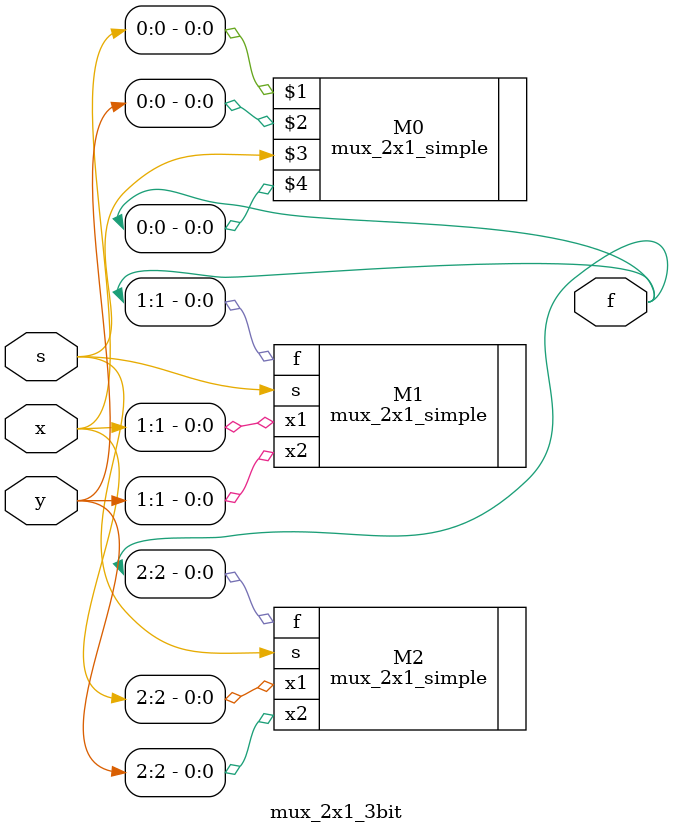
<source format=v>
`timescale 1ns / 1ps


module mux_2x1_3bit(
    input [2:0] x, y, 
    input s,
    output [2:0] f
    );

    mux_2x1_simple M0 (x[0], y[0], s, f[0]);
    mux_2x1_simple M1 (
        .x1(x[1]),
        .x2(y[1]),
        .s(s),
        .f(f[1])
    );
    mux_2x1_simple M2 (
        .x1(x[2]),
        .x2(y[2]),
        .s(s),
        .f(f[2])
    );
endmodule

</source>
